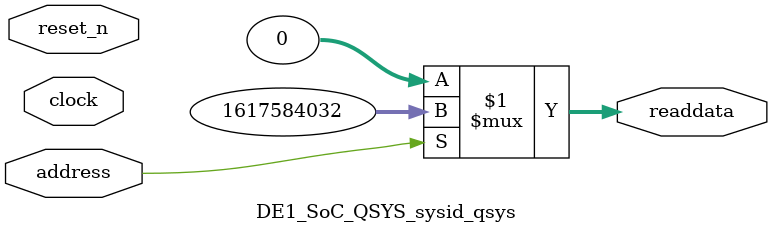
<source format=v>

`timescale 1ns / 1ps
// synthesis translate_on

// turn off superfluous verilog processor warnings 
// altera message_level Level1 
// altera message_off 10034 10035 10036 10037 10230 10240 10030 

module DE1_SoC_QSYS_sysid_qsys (
               // inputs:
                address,
                clock,
                reset_n,

               // outputs:
                readdata
             )
;

  output  [ 31: 0] readdata;
  input            address;
  input            clock;
  input            reset_n;

  wire    [ 31: 0] readdata;
  //control_slave, which is an e_avalon_slave
  assign readdata = address ? 1617584032 : 0;

endmodule




</source>
